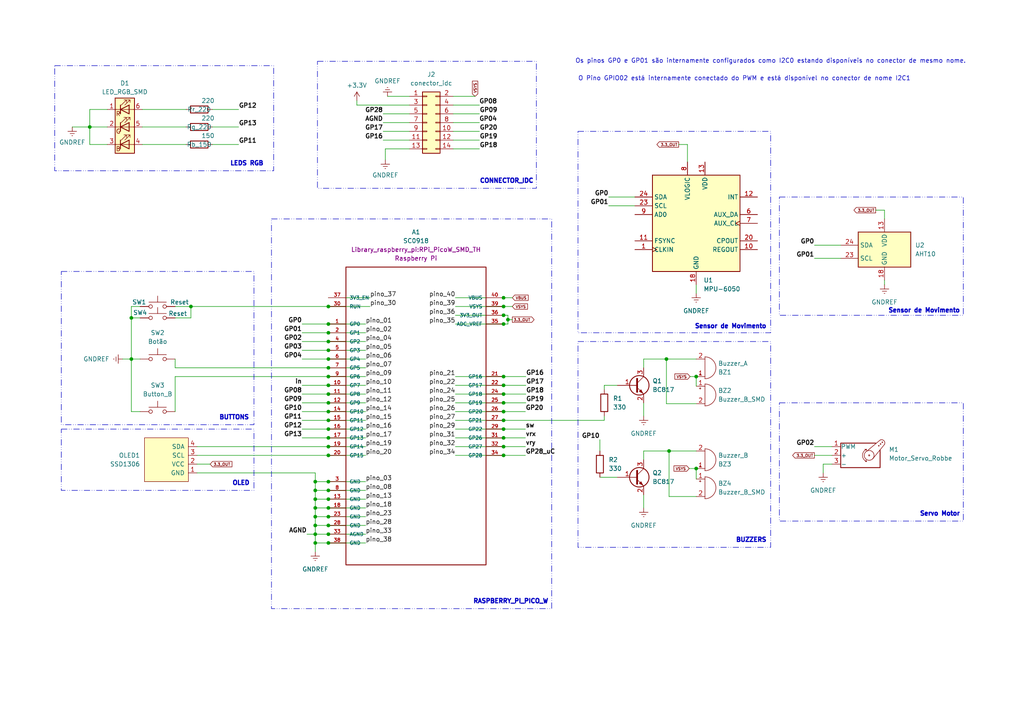
<source format=kicad_sch>
(kicad_sch (version 20250114) (generator "eeschema") (generator_version "9.0")
  (paper "A4")
  (title_block (title "Rack Inteligênte") (date "2025-12-18") (rev "v0.6") (company "Embarcatech") (comment 1 "Carlos Delfino Carvalho Pinheiro"))
  (lib_symbols
    (symbol "Connector_Generic:Conn_02x07_Odd_Even" (pin_names (offset 1.016) (hide yes))
      (property "Reference" "J" (at 1.27 10.16 0))
      (property "Value" "Conn_02x07_Odd_Even" (at 1.27 -10.16 0))
      (symbol "Conn_02x07_Odd_Even_1_1"
        (rectangle (start -1.27 8.89) (end 3.81 -8.89) (stroke (width 0.254)) (fill (type background)))
        (rectangle (start -1.27 7.747) (end 0 7.493) (stroke (width 0.1524)))
        (rectangle (start -1.27 5.207) (end 0 4.953) (stroke (width 0.1524)))
        (rectangle (start -1.27 2.667) (end 0 2.413) (stroke (width 0.1524)))
        (rectangle (start -1.27 0.127) (end 0 -0.127) (stroke (width 0.1524)))
        (rectangle (start -1.27 -2.413) (end 0 -2.667) (stroke (width 0.1524)))
        (rectangle (start -1.27 -4.953) (end 0 -5.207) (stroke (width 0.1524)))
        (rectangle (start -1.27 -7.493) (end 0 -7.747) (stroke (width 0.1524)))
        (rectangle (start 3.81 7.747) (end 2.54 7.493) (stroke (width 0.1524)))
        (rectangle (start 3.81 5.207) (end 2.54 4.953) (stroke (width 0.1524)))
        (rectangle (start 3.81 2.667) (end 2.54 2.413) (stroke (width 0.1524)))
        (rectangle (start 3.81 0.127) (end 2.54 -0.127) (stroke (width 0.1524)))
        (rectangle (start 3.81 -2.413) (end 2.54 -2.667) (stroke (width 0.1524)))
        (rectangle (start 3.81 -4.953) (end 2.54 -5.207) (stroke (width 0.1524)))
        (rectangle (start 3.81 -7.493) (end 2.54 -7.747) (stroke (width 0.1524)))
        (pin passive line (at -5.08 7.62 0) (length 3.81) (name "Pin_1") (number "1"))
        (pin passive line (at -5.08 5.08 0) (length 3.81) (name "Pin_3") (number "3"))
        (pin passive line (at -5.08 2.54 0) (length 3.81) (name "Pin_5") (number "5"))
        (pin passive line (at -5.08 0 0) (length 3.81) (name "Pin_7") (number "7"))
        (pin passive line (at -5.08 -2.54 0) (length 3.81) (name "Pin_9") (number "9"))
        (pin passive line (at -5.08 -5.08 0) (length 3.81) (name "Pin_11") (number "11"))
        (pin passive line (at -5.08 -7.62 0) (length 3.81) (name "Pin_13") (number "13"))
        (pin passive line (at 7.62 7.62 180) (length 3.81) (name "Pin_2") (number "2"))
        (pin passive line (at 7.62 5.08 180) (length 3.81) (name "Pin_4") (number "4"))
        (pin passive line (at 7.62 2.54 180) (length 3.81) (name "Pin_6") (number "6"))
        (pin passive line (at 7.62 0 180) (length 3.81) (name "Pin_8") (number "8"))
        (pin passive line (at 7.62 -2.54 180) (length 3.81) (name "Pin_10") (number "10"))
        (pin passive line (at 7.62 -5.08 180) (length 3.81) (name "Pin_12") (number "12"))
        (pin passive line (at 7.62 -7.62 180) (length 3.81) (name "Pin_14") (number "14"))
      )
    )
    (symbol "Device:Buzzer" (pin_names (offset 0.0254) (hide yes))
      (property "Reference" "BZ" (at 3.81 1.27 0))
      (property "Value" "Buzzer" (at 3.81 -1.27 0))
      (symbol "Buzzer_0_1"
        (polyline (pts (xy -1.651 1.905) (xy -1.143 1.905)))
        (polyline (pts (xy -1.397 2.159) (xy -1.397 1.651)))
        (arc (start 0 3.175) (mid 3.1612 0) (end 0 -3.175))
        (polyline (pts (xy 0 3.175) (xy 0 -3.175)))
      )
      (symbol "Buzzer_1_1"
        (pin passive line (at -2.54 2.54 0) (length 2.54) (name "-") (number "1"))
        (pin passive line (at -2.54 -2.54 0) (length 2.54) (name "+") (number "2"))
      )
    )
    (symbol "Device:LED_RGB" (pin_names (offset 0) (hide yes))
      (property "Reference" "D" (at 0 9.398 0))
      (property "Value" "LED_RGB" (at 0 -8.89 0))
      (symbol "LED_RGB_0_0"
        (text "R" (at -1.905 3.81 0) (effects (font (size 1.27 1.27))))
        (text "G" (at -1.905 -1.27 0) (effects (font (size 1.27 1.27))))
        (text "B" (at -1.905 -6.35 0) (effects (font (size 1.27 1.27))))
      )
      (symbol "LED_RGB_0_1"
        (polyline (pts (xy -1.27 6.35) (xy -1.27 3.81)) (stroke (width 0.254)))
        (polyline (pts (xy -1.27 6.35) (xy -1.27 3.81) (xy -1.27 3.81)))
        (polyline (pts (xy -1.27 5.08) (xy -2.54 5.08)))
        (polyline (pts (xy -1.27 5.08) (xy 1.27 5.08)))
        (polyline (pts (xy -1.27 1.27) (xy -1.27 -1.27)) (stroke (width 0.254)))
        (polyline (pts (xy -1.27 1.27) (xy -1.27 -1.27) (xy -1.27 -1.27)))
        (polyline (pts (xy -1.27 0) (xy -2.54 0)))
        (polyline (pts (xy -1.27 -3.81) (xy -1.27 -6.35)) (stroke (width 0.254)))
        (polyline (pts (xy -1.27 -5.08) (xy -2.54 -5.08)))
        (polyline (pts (xy -1.27 -5.08) (xy 1.27 -5.08)))
        (polyline (pts (xy -1.016 6.35) (xy 0.508 7.874) (xy -0.254 7.874) (xy 0.508 7.874) (xy 0.508 7.112)))
        (polyline (pts (xy -1.016 1.27) (xy 0.508 2.794) (xy -0.254 2.794) (xy 0.508 2.794) (xy 0.508 2.032)))
        (polyline (pts (xy -1.016 -3.81) (xy 0.508 -2.286) (xy -0.254 -2.286) (xy 0.508 -2.286) (xy 0.508 -3.048)))
        (polyline (pts (xy 0 6.35) (xy 1.524 7.874) (xy 0.762 7.874) (xy 1.524 7.874) (xy 1.524 7.112)))
        (polyline (pts (xy 0 1.27) (xy 1.524 2.794) (xy 0.762 2.794) (xy 1.524 2.794) (xy 1.524 2.032)))
        (polyline (pts (xy 0 -3.81) (xy 1.524 -2.286) (xy 0.762 -2.286) (xy 1.524 -2.286) (xy 1.524 -3.048)))
        (polyline (pts (xy 1.27 6.35) (xy 1.27 3.81) (xy -1.27 5.08) (xy 1.27 6.35)) (stroke (width 0.254)))
        (rectangle (start 1.27 6.35) (end 1.27 6.35))
        (polyline (pts (xy 1.27 5.08) (xy 2.54 5.08)))
        (rectangle (start 1.27 3.81) (end 1.27 6.35))
        (polyline (pts (xy 1.27 1.27) (xy 1.27 -1.27) (xy -1.27 0) (xy 1.27 1.27)) (stroke (width 0.254)))
        (rectangle (start 1.27 1.27) (end 1.27 1.27))
        (polyline (pts (xy 1.27 0) (xy -1.27 0)))
        (polyline (pts (xy 1.27 0) (xy 2.54 0)))
        (rectangle (start 1.27 -1.27) (end 1.27 1.27))
        (polyline (pts (xy 1.27 -3.81) (xy 1.27 -6.35) (xy -1.27 -5.08) (xy 1.27 -3.81)) (stroke (width 0.254)))
        (polyline (pts (xy 1.27 -5.08) (xy 2.54 -5.08)))
        (rectangle (start 2.794 8.382) (end -2.794 -7.62) (stroke (width 0.254)) (fill (type background)))
      )
      (symbol "LED_RGB_1_1"
        (pin passive line (at -5.08 5.08 0) (length 2.54) (name "RK") (number "1"))
        (pin passive line (at -5.08 0 0) (length 2.54) (name "GK") (number "2"))
        (pin passive line (at -5.08 -5.08 0) (length 2.54) (name "BK") (number "3"))
        (pin passive line (at 5.08 5.08 180) (length 2.54) (name "RA") (number "6"))
        (pin passive line (at 5.08 0 180) (length 2.54) (name "GA") (number "5"))
        (pin passive line (at 5.08 -5.08 180) (length 2.54) (name "BA") (number "4"))
      )
    )
    (symbol "Device:R" (pin_numbers (hide yes)) (pin_names (offset 0))
      (property "Reference" "R" (at 2.032 0 90))
      (property "Value" "R" (at 0 0 90))
      (symbol "R_0_1"
        (rectangle (start -1.016 -2.54) (end 1.016 2.54) (stroke (width 0.254)))
      )
      (symbol "R_1_1"
        (pin passive line (at 0 3.81 270) (length 1.27) (name "~") (number "1"))
        (pin passive line (at 0 -3.81 90) (length 1.27) (name "~") (number "2"))
      )
    )
    (symbol "Motor:Motor_Servo_Robbe" (pin_names (offset 0.0254))
      (property "Reference" "M" (at -5.08 4.445 0))
      (property "Value" "Motor_Servo_Robbe" (at -5.08 -4.064 0))
      (symbol "Motor_Servo_Robbe_0_1"
        (polyline (pts (xy 2.413 1.778) (xy 1.905 1.778)))
        (polyline (pts (xy 2.413 1.778) (xy 2.286 1.397)))
        (polyline (pts (xy 2.413 -1.778) (xy 2.032 -1.778)))
        (polyline (pts (xy 2.413 -1.778) (xy 2.286 -1.397)))
        (arc (start 2.413 -1.778) (mid 1.2406 0) (end 2.413 1.778))
        (circle (center 3.175 0) (radius 0.1778))
        (circle (center 3.175 0) (radius 1.4224))
        (polyline (pts (xy 5.08 3.556) (xy -5.08 3.556) (xy -5.08 -3.556) (xy 6.35 -3.556) (xy 6.35 1.524)) (stroke (width 0.254)))
        (circle (center 5.969 2.794) (radius 0.127))
        (polyline (pts (xy 6.35 4.445) (xy 2.54 1.27)))
        (circle (center 6.477 3.302) (radius 0.127))
        (arc (start 6.35 4.445) (mid 7.4487 4.2737) (end 7.62 3.175))
        (circle (center 6.985 3.81) (radius 0.127))
        (polyline (pts (xy 7.62 3.175) (xy 4.191 -1.016)))
      )
      (symbol "Motor_Servo_Robbe_1_1"
        (pin passive line (at -7.62 2.54 0) (length 2.54) (name "PWM") (number "1"))
        (pin passive line (at -7.62 0 0) (length 2.54) (name "+") (number "2"))
        (pin passive line (at -7.62 -2.54 0) (length 2.54) (name "-") (number "3"))
      )
    )
    (symbol "Raspberry_Pi_Pico_W_SC0918:SC0918" (pin_names (offset 1.016))
      (property "Reference" "A1" (at 0 58.42 0))
      (property "Value" "SC0918" (at 0 55.88 0))
      (property "Footprint" "Raspberry Pi:MODULE_SC0918" (at -12.7 -46.99 0))
      (property "manufacturer" "Raspberry Pi" (at 0 53.34 0))
      (symbol "SC0918_0_0"
        (rectangle (start -20.32 -43.18) (end 20.32 43.18) (stroke (width 0.254)))
        (pin input line (at -25.4 34.29 0) (length 5.08) (name "3V3_EN") (number "37"))
        (pin input line (at -25.4 31.75 0) (length 5.08) (name "RUN") (number "30"))
        (pin bidirectional line (at -25.4 26.67 0) (length 5.08) (name "GP0") (number "1"))
        (pin bidirectional line (at -25.4 24.13 0) (length 5.08) (name "GP1") (number "2"))
        (pin bidirectional line (at -25.4 21.59 0) (length 5.08) (name "GP2") (number "4"))
        (pin bidirectional line (at -25.4 19.05 0) (length 5.08) (name "GP3") (number "5"))
        (pin bidirectional line (at -25.4 16.51 0) (length 5.08) (name "GP4") (number "6"))
        (pin bidirectional line (at -25.4 13.97 0) (length 5.08) (name "GP5") (number "7"))
        (pin bidirectional line (at -25.4 11.43 0) (length 5.08) (name "GP6") (number "9"))
        (pin bidirectional line (at -25.4 8.89 0) (length 5.08) (name "GP7") (number "10"))
        (pin bidirectional line (at -25.4 6.35 0) (length 5.08) (name "GP8") (number "11"))
        (pin bidirectional line (at -25.4 3.81 0) (length 5.08) (name "GP9") (number "12"))
        (pin bidirectional line (at -25.4 1.27 0) (length 5.08) (name "GP10") (number "14"))
        (pin bidirectional line (at -25.4 -1.27 0) (length 5.08) (name "GP11") (number "15"))
        (pin bidirectional line (at -25.4 -3.81 0) (length 5.08) (name "GP12") (number "16"))
        (pin bidirectional line (at -25.4 -6.35 0) (length 5.08) (name "GP13") (number "17"))
        (pin bidirectional line (at -25.4 -8.89 0) (length 5.08) (name "GP14") (number "19"))
        (pin bidirectional line (at -25.4 -11.43 0) (length 5.08) (name "GP15") (number "20"))
        (pin power_in line (at -25.4 -19.05 0) (length 5.08) (name "GND") (number "3"))
        (pin power_in line (at -25.4 -21.59 0) (length 5.08) (name "GND") (number "8"))
        (pin power_in line (at -25.4 -24.13 0) (length 5.08) (name "GND") (number "13"))
        (pin power_in line (at -25.4 -26.67 0) (length 5.08) (name "GND") (number "18"))
        (pin power_in line (at -25.4 -29.21 0) (length 5.08) (name "GND") (number "23"))
        (pin power_in line (at -25.4 -31.75 0) (length 5.08) (name "GND") (number "28"))
        (pin power_in line (at -25.4 -34.29 0) (length 5.08) (name "AGND") (number "33"))
        (pin power_in line (at -25.4 -36.83 0) (length 5.08) (name "GND") (number "38"))
        (pin free line (at 25.4 34.29 180) (length 5.08) (name "VBUS") (number "40"))
        (pin free line (at 25.4 31.75 180) (length 5.08) (name "VSYS") (number "39"))
        (pin power_in line (at 25.4 29.21 180) (length 5.08) (name "3V3_OUT") (number "36"))
        (pin power_in line (at 25.4 26.67 180) (length 5.08) (name "ADC_VREF") (number "35"))
        (pin bidirectional line (at 25.4 11.43 180) (length 5.08) (name "GP16") (number "21"))
        (pin bidirectional line (at 25.4 8.89 180) (length 5.08) (name "GP17") (number "22"))
        (pin bidirectional line (at 25.4 6.35 180) (length 5.08) (name "GP18") (number "24"))
        (pin bidirectional line (at 25.4 3.81 180) (length 5.08) (name "GP19") (number "25"))
        (pin bidirectional line (at 25.4 1.27 180) (length 5.08) (name "GP20") (number "26"))
        (pin bidirectional line (at 25.4 -1.27 180) (length 5.08) (name "GP21") (number "27"))
        (pin bidirectional line (at 25.4 -3.81 180) (length 5.08) (name "GP22") (number "29"))
        (pin bidirectional line (at 25.4 -6.35 180) (length 5.08) (name "GP26") (number "31"))
        (pin bidirectional line (at 25.4 -8.89 180) (length 5.08) (name "GP27") (number "32"))
        (pin bidirectional line (at 25.4 -11.43 180) (length 5.08) (name "GP28") (number "34"))
      )
    )
    (symbol "SSD1306-128x64_OLED:SSD1306" (pin_names (offset 1.016))
      (property "Reference" "Brd" (at 0 -3.81 0))
      (property "Value" "SSD1306" (at 0 -1.27 0))
      (symbol "SSD1306_0_1"
        (rectangle (start -6.35 6.35) (end 6.35 -6.35) (fill (type background)))
      )
      (symbol "SSD1306_1_1"
        (pin input line (at -3.81 8.89 270) (length 2.54) (name "GND") (number "1"))
        (pin input line (at -1.27 8.89 270) (length 2.54) (name "VCC") (number "2"))
        (pin input line (at 1.27 8.89 270) (length 2.54) (name "SCL") (number "3"))
        (pin input line (at 3.81 8.89 270) (length 2.54) (name "SDA") (number "4"))
      )
    )
    (symbol "Sensor_Motion:MPU-6050"
      (property "Reference" "U" (at -11.43 13.97 0))
      (property "Value" "MPU-6050" (at 7.62 -15.24 0))
      (symbol "MPU-6050_0_1"
        (rectangle (start -12.7 13.97) (end 12.7 -13.97) (stroke (width 0.254)) (fill (type background)))
      )
      (symbol "MPU-6050_1_1"
        (pin bidirectional line (at -17.78 7.62 0) (length 5.08) (name "SDA") (number "24"))
        (pin input line (at -17.78 5.08 0) (length 5.08) (name "SCL") (number "23"))
        (pin input line (at -17.78 2.54 0) (length 5.08) (name "AD0") (number "9"))
        (pin input line (at -17.78 -5.08 0) (length 5.08) (name "FSYNC") (number "11"))
        (pin input clock (at -17.78 -7.62 0) (length 5.08) (name "CLKIN") (number "1"))
        (pin no_connect line (at -12.7 12.7 0) (length 2.54) (hide yes) (name "NC") (number "2"))
        (pin no_connect line (at -12.7 10.16 0) (length 2.54) (hide yes) (name "NC") (number "3"))
        (pin no_connect line (at -12.7 0 0) (length 2.54) (hide yes) (name "NC") (number "4"))
        (pin no_connect line (at -12.7 -2.54 0) (length 2.54) (hide yes) (name "NC") (number "5"))
        (pin no_connect line (at -12.7 -10.16 0) (length 2.54) (hide yes) (name "NC") (number "14"))
        (pin power_in line (at -2.54 17.78 270) (length 3.81) (name "VLOGIC") (number "8"))
        (pin power_in line (at 0 -17.78 90) (length 3.81) (name "GND") (number "18"))
        (pin power_in line (at 2.54 17.78 270) (length 3.81) (name "VDD") (number "13"))
        (pin no_connect line (at 12.7 12.7 180) (length 2.54) (hide yes) (name "NC") (number "15"))
        (pin no_connect line (at 12.7 10.16 180) (length 2.54) (hide yes) (name "NC") (number "16"))
        (pin no_connect line (at 12.7 5.08 180) (length 2.54) (hide yes) (name "NC") (number "17"))
        (pin no_connect line (at 12.7 -2.54 180) (length 2.54) (hide yes) (name "RESV") (number "21"))
        (pin no_connect line (at 12.7 -10.16 180) (length 2.54) (hide yes) (name "RESV") (number "19"))
        (pin no_connect line (at 12.7 -12.7 180) (length 2.54) (hide yes) (name "RESV") (number "22"))
        (pin output line (at 17.78 7.62 180) (length 5.08) (name "INT") (number "12"))
        (pin bidirectional line (at 17.78 2.54 180) (length 5.08) (name "AUX_DA") (number "6"))
        (pin output clock (at 17.78 0 180) (length 5.08) (name "AUX_CL") (number "7"))
        (pin passive line (at 17.78 -5.08 180) (length 5.08) (name "CPOUT") (number "20"))
        (pin passive line (at 17.78 -7.62 180) (length 5.08) (name "REGOUT") (number "10"))
      )
    )
    (symbol "Sensores:MPU-6050"
      (property "Reference" "U" (at -6.35 6.604 0))
      (property "Value" "AHT10" (at 5.08 -6.604 0))
      (symbol "MPU-6050_0_1"
        (rectangle (start -7.62 5.08) (end 7.62 -5.08) (stroke (width 0.254)) (fill (type background)))
      )
      (symbol "MPU-6050_1_1"
        (pin bidirectional line (at -12.7 1.27 0) (length 5.08) (name "SDA") (number "24"))
        (pin input line (at -12.7 -2.54 0) (length 5.08) (name "SCL") (number "23"))
        (pin no_connect line (at -10.16 0 0) (length 2.54) (hide yes) (name "NC") (number "4"))
        (pin no_connect line (at -10.16 -2.54 0) (length 2.54) (hide yes) (name "NC") (number "5"))
        (pin power_in line (at 0 8.89 270) (length 3.81) (name "VDD") (number "13"))
        (pin power_in line (at 0 -8.89 90) (length 3.81) (name "GND") (number "18"))
      )
    )
    (symbol "Switch:SW_Push" (pin_numbers (hide yes)) (pin_names (offset 1.016) (hide yes))
      (property "Reference" "SW" (at 1.27 2.54 0))
      (property "Value" "SW_Push" (at 0 -1.524 0))
      (symbol "SW_Push_0_1"
        (circle (center -2.032 0) (radius 0.508))
        (polyline (pts (xy 0 1.27) (xy 0 3.048)))
        (circle (center 2.032 0) (radius 0.508))
        (polyline (pts (xy 2.54 1.27) (xy -2.54 1.27)))
        (pin passive line (at -5.08 0 0) (length 2.54) (name "1") (number "1"))
        (pin passive line (at 5.08 0 180) (length 2.54) (name "2") (number "2"))
      )
    )
    (symbol "Transistor_BJT:BC817" (pin_names (offset 0) (hide yes))
      (property "Reference" "Q" (at 5.08 1.905 0))
      (property "Value" "BC817" (at 5.08 0 0))
      (symbol "BC817_0_1"
        (polyline (pts (xy 0.635 1.905) (xy 0.635 -1.905) (xy 0.635 -1.905)) (stroke (width 0.508)))
        (polyline (pts (xy 0.635 0.635) (xy 2.54 2.54)))
        (polyline (pts (xy 0.635 -0.635) (xy 2.54 -2.54) (xy 2.54 -2.54)))
        (circle (center 1.27 0) (radius 2.8194) (stroke (width 0.254)))
        (polyline (pts (xy 1.27 -1.778) (xy 1.778 -1.27) (xy 2.286 -2.286) (xy 1.27 -1.778) (xy 1.27 -1.778)) (fill (type outline)))
      )
      (symbol "BC817_1_1"
        (pin input line (at -5.08 0 0) (length 5.715) (name "B") (number "1"))
        (pin passive line (at 2.54 5.08 270) (length 2.54) (name "C") (number "3"))
        (pin passive line (at 2.54 -5.08 90) (length 2.54) (name "E") (number "2"))
      )
    )
    (symbol "power:+3.3V" (power) (pin_names (offset 0))
      (property "Value" "+3.3V" (at 0 3.556 0))
      (symbol "+3.3V_0_1"
        (polyline (pts (xy -0.762 1.27) (xy 0 2.54)))
        (polyline (pts (xy 0 2.54) (xy 0.762 1.27)))
        (polyline (pts (xy 0 0) (xy 0 2.54)))
      )
      (symbol "+3.3V_1_1"
        (pin power_in line (at 0 0 90) (length 0) (hide yes) (name "+3.3V") (number "1"))
      )
    )
    (symbol "power:GNDREF" (power) (pin_names (offset 0))
      (property "Value" "GNDREF" (at 0 -3.81 0))
      (symbol "GNDREF_0_1"
        (polyline (pts (xy -0.635 -1.905) (xy 0.635 -1.905)))
        (polyline (pts (xy -0.127 -2.54) (xy 0.127 -2.54)))
        (polyline (pts (xy 0 -1.27) (xy 0 0)))
        (polyline (pts (xy 1.27 -1.27) (xy -1.27 -1.27)))
      )
      (symbol "GNDREF_1_1"
        (pin power_in line (at 0 0 270) (length 0) (hide yes) (name "GNDREF") (number "1"))
      )
    )
  )
  (rectangle (start 17.78 78.74) (end 73.66 123.19) (stroke (width 0) (type dash_dot_dot)))
  (rectangle (start 92.075 17.78) (end 155.575 54.61) (stroke (width 0) (type dash_dot_dot)))
  (rectangle (start 226.06 116.84) (end 279.4 151.13) (stroke (width 0) (type dash_dot_dot)))
  (rectangle (start 167.64 99.06) (end 223.52 158.75) (stroke (width 0) (type dash_dot_dot)))
  (rectangle (start 78.74 63.5) (end 160.02 176.53) (stroke (width 0) (type dash_dot_dot)))
  (rectangle (start 226.06 57.15) (end 279.4 91.44) (stroke (width 0) (type dash_dot_dot)))
  (rectangle (start 15.875 19.05) (end 79.375 49.53) (stroke (width 0) (type dash_dot_dot)))
  (rectangle (start 17.78 124.46) (end 73.66 142.24) (stroke (width 0) (type dash_dot_dot)))
  (rectangle (start 167.64 38.1) (end 223.52 96.52) (stroke (width 0) (type dash_dot_dot)))
  (text "OLED" (at 67.31 140.97 0) (effects (font (size 1.27 1.27) (thickness 0.508) (bold yes)) (justify left bottom)))
  (text "BUZZERS" (at 213.36 157.48 0) (effects (font (size 1.27 1.27) (thickness 0.508) (bold yes)) (justify left bottom)))
  (text "LEDS RGB" (at 66.675 48.26 0) (effects (font (size 1.27 1.27) (thickness 0.508) (bold yes)) (justify left bottom)))
  (text "BUTTONS" (at 63.5 121.92 0) (effects (font (size 1.27 1.27) (thickness 0.508) (bold yes)) (justify left bottom)))
  (text "CONNECTOR_IDC" (at 139.065 53.34 0) (effects (font (size 1.27 1.27) (thickness 0.508) (bold yes)) (justify left bottom)))
  (text "Sensor de Movimento" (at 201.422 95.504 0) (effects (font (size 1.27 1.27) (thickness 0.508) (bold yes)) (justify left bottom)))
  (text "Os pinos GP0 e GP01 são internamente configurados como I2C0 estando disponíveis no conector de mesmo nome." (at 223.52 17.78 0) (effects (font (size 1.27 1.27))))
  (text "O Pino GPIO02 está internamente conectado do PWM e está disponível no conector de nome I2C1" (at 215.9 22.86 0) (effects (font (size 1.27 1.27))))
  (text "Servo Motor" (at 266.7 149.86 0) (effects (font (size 1.27 1.27) (thickness 0.508) (bold yes)) (justify left bottom)))
  (text "Sensor de Movimento" (at 257.556 90.932 0) (effects (font (size 1.27 1.27) (thickness 0.508) (bold yes)) (justify left bottom)))
  (text "RASPBERRY_PI_PICO_W" (at 137.16 175.26 0) (effects (font (size 1.27 1.27) (thickness 0.508) (bold yes)) (justify left bottom)))
  (junction (at 95.25 124.46))
  (junction (at 95.25 111.76))
  (junction (at 95.25 129.54))
  (junction (at 95.25 121.92))
  (junction (at 95.25 116.84))
  (junction (at 38.1 92.202))
  (junction (at 95.25 147.32))
  (junction (at 146.05 121.92))
  (junction (at 95.25 144.78))
  (junction (at 95.25 142.24))
  (junction (at 95.25 149.86))
  (junction (at 38.1 104.14))
  (junction (at 146.05 129.54))
  (junction (at 91.44 144.78))
  (junction (at 95.25 132.08))
  (junction (at 95.25 101.6))
  (junction (at 146.05 116.84))
  (junction (at 146.05 114.3))
  (junction (at 146.05 132.08))
  (junction (at 95.25 109.22))
  (junction (at 146.05 109.22))
  (junction (at 91.44 139.7))
  (junction (at 146.05 88.9))
  (junction (at 91.44 142.24))
  (junction (at 95.25 99.06))
  (junction (at 95.25 127))
  (junction (at 95.25 152.4))
  (junction (at 146.05 93.98))
  (junction (at 95.25 119.38))
  (junction (at 146.05 124.46))
  (junction (at 201.93 109.22))
  (junction (at 95.25 88.9))
  (junction (at 201.93 135.89))
  (junction (at 91.44 149.86))
  (junction (at 146.05 91.44))
  (junction (at 91.44 147.32))
  (junction (at 91.44 157.48))
  (junction (at 193.294 104.14))
  (junction (at 91.44 154.94))
  (junction (at 146.05 86.36))
  (junction (at 95.25 93.98))
  (junction (at 194.056 130.81))
  (junction (at 147.32 92.71))
  (junction (at 26.035 36.83))
  (junction (at 146.05 127))
  (junction (at 91.44 152.4))
  (junction (at 95.25 154.94))
  (junction (at 55.372 88.9))
  (junction (at 95.25 114.3))
  (junction (at 95.25 96.52))
  (junction (at 95.25 139.7))
  (junction (at 146.05 119.38))
  (junction (at 95.25 104.14))
  (junction (at 95.25 157.48))
  (junction (at 95.25 106.68))
  (junction (at 146.05 111.76))
  (wire (pts (xy 186.69 104.14) (xy 193.294 104.14)))
  (wire (pts (xy 95.25 88.9) (xy 107.315 88.9)))
  (wire (pts (xy 146.05 109.22) (xy 152.527 109.22)))
  (wire (pts (xy 132.08 124.46) (xy 146.05 124.46)))
  (wire (pts (xy 91.44 144.78) (xy 91.44 147.32)))
  (wire (pts (xy 87.63 124.46) (xy 95.25 124.46)))
  (wire (pts (xy 132.08 116.84) (xy 146.05 116.84)))
  (wire (pts (xy 95.25 93.98) (xy 106.045 93.98)))
  (wire (pts (xy 87.63 104.14) (xy 95.25 104.14)))
  (wire (pts (xy 87.63 111.76) (xy 95.25 111.76)))
  (wire (pts (xy 176.53 59.69) (xy 184.15 59.69)))
  (wire (pts (xy 57.15 134.62) (xy 60.96 134.62)))
  (wire (pts (xy 111.125 33.02) (xy 118.745 33.02)))
  (wire (pts (xy 201.93 117.094) (xy 193.294 117.094)))
  (wire (pts (xy 173.99 138.43) (xy 179.07 138.43)))
  (wire (pts (xy 26.035 36.83) (xy 31.115 36.83)))
  (wire (pts (xy 95.25 101.6) (xy 106.045 101.6)))
  (wire (pts (xy 87.63 127) (xy 95.25 127)))
  (wire (pts (xy 103.505 30.48) (xy 103.505 29.21)))
  (wire (pts (xy 38.1 88.9) (xy 38.1 92.202)))
  (wire (pts (xy 91.44 142.24) (xy 91.44 144.78)))
  (wire (pts (xy 40.64 92.202) (xy 38.1 92.202)))
  (wire (pts (xy 95.25 142.24) (xy 91.44 142.24)))
  (wire (pts (xy 95.25 114.3) (xy 106.045 114.3)))
  (wire (pts (xy 35.56 104.14) (xy 38.1 104.14)))
  (wire (pts (xy 146.05 121.92) (xy 175.26 121.92)))
  (wire (pts (xy 236.22 71.12) (xy 243.84 71.12)))
  (wire (pts (xy 91.44 137.16) (xy 91.44 139.7)))
  (wire (pts (xy 95.25 157.48) (xy 106.045 157.48)))
  (wire (pts (xy 95.25 147.32) (xy 106.045 147.32)))
  (wire (pts (xy 131.445 38.1) (xy 139.065 38.1)))
  (wire (pts (xy 176.53 57.15) (xy 184.15 57.15)))
  (wire (pts (xy 95.25 144.78) (xy 91.44 144.78)))
  (wire (pts (xy 186.69 143.51) (xy 186.69 147.32)))
  (wire (pts (xy 91.44 152.4) (xy 91.44 154.94)))
  (wire (pts (xy 199.39 41.91) (xy 199.39 46.99)))
  (wire (pts (xy 200.152 109.22) (xy 201.93 109.22)))
  (wire (pts (xy 95.25 149.86) (xy 91.44 149.86)))
  (wire (pts (xy 41.275 31.75) (xy 53.975 31.75)))
  (wire (pts (xy 193.294 104.14) (xy 201.93 104.14)))
  (wire (pts (xy 31.115 31.75) (xy 26.035 31.75)))
  (wire (pts (xy 147.32 92.71) (xy 148.59 92.71)))
  (wire (pts (xy 87.63 121.92) (xy 95.25 121.92)))
  (wire (pts (xy 95.25 139.7) (xy 106.045 139.7)))
  (wire (pts (xy 194.056 130.81) (xy 201.93 130.81)))
  (wire (pts (xy 87.63 116.84) (xy 95.25 116.84)))
  (wire (pts (xy 95.25 119.38) (xy 106.045 119.38)))
  (wire (pts (xy 132.08 86.36) (xy 146.05 86.36)))
  (wire (pts (xy 175.26 111.76) (xy 179.07 111.76)))
  (wire (pts (xy 132.08 127) (xy 146.05 127)))
  (wire (pts (xy 91.44 157.48) (xy 95.25 157.48)))
  (wire (pts (xy 146.05 114.3) (xy 152.527 114.3)))
  (wire (pts (xy 256.54 81.28) (xy 256.54 82.55)))
  (wire (pts (xy 57.15 129.54) (xy 95.25 129.54)))
  (wire (pts (xy 87.63 101.6) (xy 95.25 101.6)))
  (wire (pts (xy 132.08 109.22) (xy 146.05 109.22)))
  (wire (pts (xy 146.05 86.36) (xy 148.59 86.36)))
  (wire (pts (xy 41.275 36.83) (xy 53.975 36.83)))
  (wire (pts (xy 131.445 40.64) (xy 139.065 40.64)))
  (wire (pts (xy 147.32 93.98) (xy 147.32 92.71)))
  (wire (pts (xy 186.69 116.84) (xy 186.69 120.65)))
  (wire (pts (xy 186.69 106.68) (xy 186.69 104.14)))
  (wire (pts (xy 186.69 130.81) (xy 194.056 130.81)))
  (wire (pts (xy 95.25 124.46) (xy 106.045 124.46)))
  (wire (pts (xy 236.22 74.93) (xy 243.84 74.93)))
  (wire (pts (xy 146.05 132.08) (xy 152.4 132.08)))
  (wire (pts (xy 132.08 93.98) (xy 146.05 93.98)))
  (wire (pts (xy 132.08 114.3) (xy 146.05 114.3)))
  (wire (pts (xy 95.25 111.76) (xy 106.045 111.76)))
  (wire (pts (xy 95.25 149.86) (xy 106.045 149.86)))
  (wire (pts (xy 91.44 147.32) (xy 91.44 149.86)))
  (wire (pts (xy 95.25 144.78) (xy 106.045 144.78)))
  (wire (pts (xy 31.115 41.91) (xy 26.035 41.91)))
  (wire (pts (xy 132.08 91.44) (xy 146.05 91.44)))
  (wire (pts (xy 95.25 86.36) (xy 107.315 86.36)))
  (wire (pts (xy 175.26 121.92) (xy 175.26 120.65)))
  (wire (pts (xy 26.035 41.91) (xy 26.035 36.83)))
  (wire (pts (xy 91.44 154.94) (xy 91.44 157.48)))
  (wire (pts (xy 132.08 119.38) (xy 146.05 119.38)))
  (wire (pts (xy 95.25 132.08) (xy 106.045 132.08)))
  (wire (pts (xy 193.294 117.094) (xy 193.294 104.14)))
  (wire (pts (xy 201.93 85.09) (xy 201.93 82.55)))
  (wire (pts (xy 95.25 129.54) (xy 106.045 129.54)))
  (wire (pts (xy 131.445 43.18) (xy 139.065 43.18)))
  (wire (pts (xy 132.08 129.54) (xy 146.05 129.54)))
  (wire (pts (xy 57.15 132.08) (xy 95.25 132.08)))
  (wire (pts (xy 111.76 43.18) (xy 118.745 43.18)))
  (wire (pts (xy 199.898 135.89) (xy 201.93 135.89)))
  (wire (pts (xy 111.125 35.56) (xy 118.745 35.56)))
  (wire (pts (xy 238.76 134.62) (xy 238.76 137.16)))
  (wire (pts (xy 95.25 152.4) (xy 106.045 152.4)))
  (wire (pts (xy 132.08 132.08) (xy 146.05 132.08)))
  (wire (pts (xy 236.22 129.54) (xy 241.3 129.54)))
  (wire (pts (xy 175.26 113.03) (xy 175.26 111.76)))
  (wire (pts (xy 91.44 139.7) (xy 91.44 142.24)))
  (wire (pts (xy 103.505 30.48) (xy 118.745 30.48)))
  (wire (pts (xy 131.445 30.48) (xy 139.065 30.48)))
  (wire (pts (xy 26.035 31.75) (xy 26.035 36.83)))
  (wire (pts (xy 146.05 88.9) (xy 148.59 88.9)))
  (wire (pts (xy 38.1 92.202) (xy 38.1 104.14)))
  (wire (pts (xy 41.275 41.91) (xy 53.975 41.91)))
  (wire (pts (xy 95.25 109.22) (xy 106.045 109.22)))
  (wire (pts (xy 61.595 41.91) (xy 69.215 41.91)))
  (wire (pts (xy 91.44 149.86) (xy 91.44 152.4)))
  (wire (pts (xy 89.027 154.94) (xy 91.44 154.94)))
  (wire (pts (xy 87.63 96.52) (xy 95.25 96.52)))
  (wire (pts (xy 111.76 43.18) (xy 111.76 46.355)))
  (wire (pts (xy 50.8 88.9) (xy 55.372 88.9)))
  (wire (pts (xy 131.445 33.02) (xy 139.065 33.02)))
  (wire (pts (xy 91.44 154.94) (xy 95.25 154.94)))
  (wire (pts (xy 20.955 36.83) (xy 26.035 36.83)))
  (wire (pts (xy 50.8 92.202) (xy 55.372 92.202)))
  (wire (pts (xy 256.54 60.96) (xy 254 60.96)))
  (wire (pts (xy 186.69 133.35) (xy 186.69 130.81)))
  (wire (pts (xy 132.08 88.9) (xy 146.05 88.9)))
  (wire (pts (xy 256.54 60.96) (xy 256.54 63.5)))
  (wire (pts (xy 146.05 111.76) (xy 152.527 111.76)))
  (wire (pts (xy 147.32 92.71) (xy 147.32 91.44)))
  (wire (pts (xy 201.93 144.018) (xy 194.056 144.018)))
  (wire (pts (xy 95.25 121.92) (xy 106.045 121.92)))
  (wire (pts (xy 95.25 116.84) (xy 106.045 116.84)))
  (wire (pts (xy 87.63 119.38) (xy 95.25 119.38)))
  (wire (pts (xy 146.05 93.98) (xy 147.32 93.98)))
  (wire (pts (xy 95.25 147.32) (xy 91.44 147.32)))
  (wire (pts (xy 55.372 92.202) (xy 55.372 88.9)))
  (wire (pts (xy 95.25 142.24) (xy 106.045 142.24)))
  (wire (pts (xy 131.445 35.56) (xy 139.065 35.56)))
  (wire (pts (xy 95.25 154.94) (xy 106.045 154.94)))
  (wire (pts (xy 199.39 41.91) (xy 196.85 41.91)))
  (wire (pts (xy 111.125 40.64) (xy 118.745 40.64)))
  (wire (pts (xy 146.05 91.44) (xy 147.32 91.44)))
  (wire (pts (xy 146.05 129.54) (xy 152.4 129.54)))
  (wire (pts (xy 40.64 119.38) (xy 38.1 119.38)))
  (wire (pts (xy 201.93 109.22) (xy 201.93 112.014)))
  (wire (pts (xy 146.05 127) (xy 152.4 127)))
  (wire (pts (xy 38.1 104.14) (xy 40.64 104.14)))
  (wire (pts (xy 146.05 119.38) (xy 152.4 119.38)))
  (wire (pts (xy 146.05 116.84) (xy 152.527 116.84)))
  (wire (pts (xy 38.1 104.14) (xy 38.1 119.38)))
  (wire (pts (xy 201.93 135.89) (xy 201.93 138.938)))
  (wire (pts (xy 95.25 99.06) (xy 106.045 99.06)))
  (wire (pts (xy 95.25 152.4) (xy 91.44 152.4)))
  (wire (pts (xy 173.99 127.508) (xy 173.99 130.81)))
  (wire (pts (xy 132.08 111.76) (xy 146.05 111.76)))
  (wire (pts (xy 95.25 139.7) (xy 91.44 139.7)))
  (wire (pts (xy 112.395 27.94) (xy 118.745 27.94)))
  (wire (pts (xy 61.595 31.75) (xy 69.215 31.75)))
  (wire (pts (xy 111.125 38.1) (xy 118.745 38.1)))
  (wire (pts (xy 55.372 88.9) (xy 95.25 88.9)))
  (wire (pts (xy 95.25 104.14) (xy 106.045 104.14)))
  (wire (pts (xy 132.08 121.92) (xy 146.05 121.92)))
  (wire (pts (xy 194.056 144.018) (xy 194.056 130.81)))
  (wire (pts (xy 50.8 104.14) (xy 50.8 106.68)))
  (wire (pts (xy 238.76 134.62) (xy 241.3 134.62)))
  (wire (pts (xy 146.05 124.46) (xy 152.4 124.46)))
  (wire (pts (xy 87.63 93.98) (xy 95.25 93.98)))
  (wire (pts (xy 131.445 27.94) (xy 137.795 27.94)))
  (wire (pts (xy 95.25 96.52) (xy 106.045 96.52)))
  (wire (pts (xy 50.8 109.22) (xy 95.25 109.22)))
  (wire (pts (xy 87.63 114.3) (xy 95.25 114.3)))
  (wire (pts (xy 40.64 88.9) (xy 38.1 88.9)))
  (wire (pts (xy 50.8 106.68) (xy 95.25 106.68)))
  (wire (pts (xy 50.8 119.38) (xy 50.8 109.22)))
  (wire (pts (xy 236.22 132.08) (xy 241.3 132.08)))
  (wire (pts (xy 91.44 160.02) (xy 91.44 157.48)))
  (wire (pts (xy 61.595 36.83) (xy 69.215 36.83)))
  (wire (pts (xy 57.15 137.16) (xy 91.44 137.16)))
  (wire (pts (xy 87.63 99.06) (xy 95.25 99.06)))
  (wire (pts (xy 95.25 127) (xy 106.045 127)))
  (wire (pts (xy 95.25 106.68) (xy 106.045 106.68)))
  (label "pino_01" (at 106.045 93.98 0))
  (label "GP13" (at 87.63 127 180) (effects (font (bold yes))))
  (label "GP16" (at 152.527 109.22 0) (effects (font (bold yes))))
  (label "pino_18" (at 106.045 147.32 0))
  (label "GP01" (at 236.22 74.93 180) (effects (font (bold yes))))
  (label "pino_27" (at 132.08 121.92 180))
  (label "GP02" (at 87.63 99.06 180) (effects (font (bold yes))))
  (label "in" (at 87.63 111.76 180) (effects (font (thickness 0.254) (bold yes))))
  (label "pino_24" (at 132.08 114.3 180))
  (label "pino_23" (at 106.045 149.86 0))
  (label "vry" (at 152.4 129.54 0) (effects (font (thickness 0.254) (bold yes))))
  (label "pino_14" (at 106.045 119.38 0))
  (label "vrx" (at 152.4 127 0) (effects (font (thickness 0.254) (bold yes))))
  (label "pino_29" (at 132.08 124.46 180))
  (label "GP10" (at 87.63 119.38 180) (effects (font (bold yes))))
  (label "pino_07" (at 106.045 106.68 0))
  (label "GP09" (at 139.065 33.02 0) (effects (font (thickness 0.254) (bold yes))))
  (label "GP12" (at 69.215 31.75 0) (effects (font (bold yes))))
  (label "GP08" (at 87.63 114.3 180) (effects (font (bold yes))))
  (label "pino_38" (at 106.045 157.48 0))
  (label "sw" (at 152.4 124.46 0) (effects (font (thickness 0.254) (bold yes))))
  (label "pino_40" (at 132.08 86.36 180))
  (label "GP04" (at 87.63 104.14 180) (effects (font (bold yes))))
  (label "pino_06" (at 106.045 104.14 0))
  (label "pino_21" (at 132.08 109.22 180))
  (label "pino_30" (at 107.315 88.9 0))
  (label "GP28_uC" (at 152.4 132.08 0) (effects (font (thickness 0.254) (bold yes))))
  (label "GP18" (at 152.527 114.3 0) (effects (font (bold yes))))
  (label "pino_35" (at 132.08 93.98 180))
  (label "pino_31" (at 132.08 127 180))
  (label "GP11" (at 87.63 121.92 180) (effects (font (bold yes))))
  (label "AGND" (at 89.027 154.94 180) (effects (font (bold yes))))
  (label "pino_19" (at 106.045 129.54 0))
  (label "pino_05" (at 106.045 101.6 0))
  (label "pino_11" (at 106.045 114.3 0))
  (label "GP20" (at 139.065 38.1 0) (effects (font (thickness 0.254) (bold yes))))
  (label "GP0" (at 236.22 71.12 180) (effects (font (bold yes))))
  (label "pino_02" (at 106.045 96.52 0))
  (label "GP01" (at 176.53 59.69 180) (effects (font (bold yes))))
  (label "pino_16" (at 106.045 124.46 0))
  (label "GP19" (at 139.065 40.64 0) (effects (font (bold yes))))
  (label "GP0" (at 176.53 57.15 180) (effects (font (bold yes))))
  (label "GP12" (at 87.63 124.46 180) (effects (font (bold yes))))
  (label "GP09" (at 87.63 116.84 180) (effects (font (thickness 0.254) (bold yes))))
  (label "GP16" (at 111.125 40.64 180) (effects (font (bold yes))))
  (label "pino_39" (at 132.08 88.9 180))
  (label "GP13" (at 69.215 36.83 0) (effects (font (bold yes))))
  (label "pino_37" (at 107.315 86.36 0))
  (label "GP02" (at 236.22 129.54 180) (effects (font (bold yes))))
  (label "pino_28" (at 106.045 152.4 0))
  (label "pino_04" (at 106.045 99.06 0))
  (label "pino_09" (at 106.045 109.22 0))
  (label "pino_26" (at 132.08 119.38 180))
  (label "GP17" (at 152.527 111.76 0) (effects (font (bold yes))))
  (label "GP10" (at 173.99 127.508 180) (effects (font (bold yes))))
  (label "pino_17" (at 106.045 127 0))
  (label "GP04" (at 138.938 35.56 0) (effects (font (bold yes))))
  (label "GP19" (at 152.527 116.84 0) (effects (font (bold yes))))
  (label "GP0" (at 87.63 93.98 180) (effects (font (bold yes))))
  (label "GP03" (at 87.63 101.6 180) (effects (font (bold yes))))
  (label "pino_12" (at 106.045 116.84 0))
  (label "GP28" (at 111.125 33.02 180) (effects (font (thickness 0.254) (bold yes))))
  (label "pino_22" (at 132.08 111.76 180))
  (label "pino_08" (at 106.045 142.24 0))
  (label "GP18" (at 139.065 43.18 0) (effects (font (bold yes))))
  (label "pino_33" (at 106.045 154.94 0))
  (label "GP01" (at 87.63 96.52 180) (effects (font (bold yes))))
  (label "pino_25" (at 132.08 116.84 180))
  (label "GP11" (at 69.215 41.91 0) (effects (font (bold yes))))
  (label "pino_34" (at 132.08 132.08 180))
  (label "pino_15" (at 106.045 121.92 0))
  (label "pino_03" (at 106.045 139.7 0))
  (label "pino_13" (at 106.045 144.78 0))
  (label "GP17" (at 111.125 38.1 180) (effects (font (bold yes))))
  (label "pino_20" (at 106.045 132.08 0))
  (label "GP20" (at 152.4 119.38 0) (effects (font (thickness 0.254) (bold yes))))
  (label "AGND" (at 111.125 35.56 180) (effects (font (bold yes))))
  (label "pino_10" (at 106.045 111.76 0))
  (label "pino_36" (at 132.08 91.44 180))
  (label "pino_32" (at 132.08 129.54 180))
  (label "GP08" (at 138.938 30.48 0) (effects (font (bold yes))))
  (global_label "VSYS" (shape input) (at 137.795 27.94 90) (effects (font (size 0.8 0.8))) (property "Intersheetrefs" "${INTERSHEET_REFS}" (effects (hide yes))))
  (global_label "VSYS" (shape input) (at 200.152 109.22 180) (effects (font (size 0.8 0.8))) (property "Intersheetrefs" "${INTERSHEET_REFS}" (effects (hide yes))))
  (global_label "VSYS" (shape input) (at 199.898 135.89 180) (effects (font (size 0.8 0.8))) (property "Intersheetrefs" "${INTERSHEET_REFS}" (effects (hide yes))))
  (global_label "VBUS" (shape input) (at 148.59 86.36 0) (effects (font (size 0.8 0.8))) (property "Intersheetrefs" "${INTERSHEET_REFS}" (effects (hide yes))))
  (global_label "3.3_OUT" (shape output) (at 236.22 132.08 180) (effects (font (size 0.8 0.8))) (property "Intersheetrefs" "${INTERSHEET_REFS}" (effects (hide yes))))
  (global_label "3.3_OUT" (shape output) (at 254 60.96 180) (effects (font (size 0.8 0.8))) (property "Intersheetrefs" "${INTERSHEET_REFS}" (effects (hide yes))))
  (global_label "VSYS" (shape input) (at 148.59 88.9 0) (effects (font (size 0.8 0.8))) (property "Intersheetrefs" "${INTERSHEET_REFS}" (effects (hide yes))))
  (global_label "3.3_OUT" (shape input) (at 60.96 134.62 0) (effects (font (size 0.8 0.8))) (property "Intersheetrefs" "${INTERSHEET_REFS}" (effects (hide yes))))
  (global_label "3.3_OUT" (shape output) (at 196.85 41.91 180) (effects (font (size 0.8 0.8))) (property "Intersheetrefs" "${INTERSHEET_REFS}" (effects (hide yes))))
  (global_label "3.3_OUT" (shape output) (at 148.59 92.71 0) (effects (font (size 0.8 0.8))) (property "Intersheetrefs" "${INTERSHEET_REFS}" (effects (hide yes))))
  (symbol (lib_id "Switch:SW_Push") (at 45.72 92.202 0) (mirror y) (unit 1)
    (property "Reference" "SW4" (at 40.64 90.678 0))
    (property "Value" "Reset" (at 51.562 90.932 0))
    (property "Footprint" "Button_Switch_SMD:SW_Push_1P1T_NO_6x6mm_H9.5mm" (effects (hide yes)))
  )
  (symbol (lib_id "power:GNDREF") (at 111.76 46.355 0) (unit 1)
    (property "Reference" "#PWR03" (effects (hide yes)))
    (property "Value" "GNDREF" (at 111.76 50.8 0))
  )
  (symbol (lib_id "Device:R") (at 175.26 116.84 0) (unit 1)
    (property "Reference" "R1" (at 177.8 115.57 0) (effects (justify left)))
    (property "Value" "330" (at 177.8 118.11 0) (effects (justify left)))
    (property "Footprint" "Resistor_SMD:R_0603_1608Metric" (effects (hide yes)))
  )
  (symbol (lib_id "power:GNDREF") (at 112.395 27.94 180) (unit 1)
    (property "Reference" "#PWR04" (effects (hide yes)))
    (property "Value" "GNDREF" (at 112.395 23.495 0))
  )
  (symbol (lib_id "power:GNDREF") (at 256.54 82.55 0) (unit 1)
    (property "Reference" "#PWR06" (effects (hide yes)))
    (property "Value" "GNDREF" (at 256.54 87.63 0))
  )
  (symbol (lib_id "power:GNDREF") (at 201.93 85.09 0) (unit 1)
    (property "Reference" "#PWR05" (effects (hide yes)))
    (property "Value" "GNDREF" (at 201.93 90.17 0))
  )
  (symbol (lib_id "Motor:Motor_Servo_Robbe") (at 248.92 132.08 0) (unit 1)
    (property "Reference" "M1" (at 257.81 130.3768 0) (effects (justify left)))
    (property "Value" "Motor_Servo_Robbe" (at 257.81 132.9168 0) (effects (justify left)))
    (property "Datasheet" "http://forums.parallax.com/uploads/attachments/46831/74481.png" (effects (hide yes)))
    (property "Description" "Servo Motor (Robbe connector)" (effects (hide yes)))
  )
  (symbol (lib_id "Device:Buzzer") (at 204.47 114.554 0) (unit 1)
    (property "Reference" "BZ2" (at 208.28 113.284 0) (effects (justify left)))
    (property "Value" "Buzzer_B_SMD" (at 208.28 115.824 0) (effects (justify left)))
    (property "Footprint" "Buzzer_Beeper:MagneticBuzzer_CUI_CMT-8504-100-SMT" (effects (hide yes)))
  )
  (symbol (lib_id "Transistor_BJT:BC817") (at 184.15 138.43 0) (unit 1)
    (property "Reference" "Q2" (at 189.23 137.16 0) (effects (justify left)))
    (property "Value" "BC817" (at 189.23 139.7 0) (effects (justify left)))
    (property "Footprint" "Package_TO_SOT_SMD:SOT-23" (effects (hide yes)))
    (property "Datasheet" "https://www.onsemi.com/pub/Collateral/BC818-D.pdf" (effects (hide yes)))
  )
  (symbol (lib_id "Sensores:MPU-6050") (at 256.54 72.39 0) (unit 1)
    (property "Reference" "U2" (at 265.43 71.1199 0) (effects (justify left)))
    (property "Value" "AHT10" (at 265.43 73.6599 0) (effects (justify left)))
    (property "Footprint" "Sensor_Temperature_Humidity" (effects (hide yes)))
    (property "Description" "InvenSense Temperature and Humidity, I2C" (effects (hide yes)))
  )
  (symbol (lib_id "Device:Buzzer") (at 204.47 106.68 0) (mirror x) (unit 1)
    (property "Reference" "BZ1" (at 208.28 107.95 0) (effects (justify left)))
    (property "Value" "Buzzer_A" (at 208.28 105.41 0) (effects (justify left)))
    (property "Footprint" "Buzzer_Beeper:Buzzer_12x9.5RM7.6" (effects (hide yes)))
  )
  (symbol (lib_id "Sensor_Motion:MPU-6050") (at 201.93 64.77 0) (unit 1)
    (property "Reference" "U1" (at 204.0733 81.28 0) (effects (justify left)))
    (property "Value" "MPU-6050" (at 204.0733 83.82 0) (effects (justify left)))
    (property "Footprint" "Sensor_Motion:InvenSense_QFN-24_4x4mm_P0.5mm" (effects (hide yes)))
    (property "Datasheet" "https://invensense.tdk.com/wp-content/uploads/2015/02/MPU-6000-Datasheet1.pdf" (effects (hide yes)))
    (property "Description" "InvenSense 6-Axis Motion Sensor, Gyroscope, Accelerometer, I2C" (effects (hide yes)))
  )
  (symbol (lib_id "power:GNDREF") (at 20.955 36.83 0) (unit 1)
    (property "Reference" "#PWR01" (effects (hide yes)))
    (property "Value" "GNDREF" (at 20.955 41.275 0))
  )
  (symbol (lib_id "power:GNDREF") (at 186.69 120.65 0) (unit 1)
    (property "Reference" "#PWR018" (effects (hide yes)))
    (property "Value" "GNDREF" (at 186.69 125.73 0))
  )
  (symbol (lib_id "Device:R") (at 57.785 36.83 90) (unit 1)
    (property "Reference" "Rg_220" (at 57.785 36.83 90))
    (property "Value" "220" (at 60.325 34.29 90))
    (property "Footprint" "Resistor_SMD:R_0603_1608Metric" (effects (hide yes)))
  )
  (symbol (lib_id "Device:R") (at 57.785 41.91 90) (unit 1)
    (property "Reference" "Rb_150" (at 57.785 41.91 90))
    (property "Value" "150" (at 60.325 39.37 90))
    (property "Footprint" "Resistor_SMD:R_0603_1608Metric" (effects (hide yes)))
  )
  (symbol (lib_id "power:GNDREF") (at 35.56 104.14 270) (unit 1)
    (property "Reference" "#PWR07" (effects (hide yes)))
    (property "Value" "GNDREF" (at 31.75 104.14 90) (effects (justify right)))
  )
  (symbol (lib_id "Raspberry_Pi_Pico_W_SC0918:SC0918") (at 120.65 120.65 0) (unit 1)
    (property "Reference" "A1" (at 120.65 67.31 0))
    (property "Value" "SC0918" (at 120.65 69.85 0))
    (property "Footprint" "Library_raspberry_pi:RPi_PicoW_SMD_TH" (at 120.65 72.39 0))
    (property "Datasheet" "https://datasheets.raspberrypi.com/picow/pico-w-datasheet.pdf" (effects (hide yes)))
    (property "manufacturer" "Raspberry Pi" (at 120.65 74.93 0))
    (property "P/N" "SC0918" (effects (hide yes)))
    (property "PARTREV" "1.6" (effects (hide yes)))
    (property "MAXIMUM_PACKAGE_HEIGHT" "3.73mm" (effects (hide yes)))
  )
  (symbol (lib_id "power:+3.3V") (at 103.505 29.21 0) (unit 1)
    (property "Reference" "#PWR02" (effects (hide yes)))
    (property "Value" "+3.3V" (at 103.505 24.765 0))
  )
  (symbol (lib_id "Device:R") (at 173.99 134.62 0) (unit 1)
    (property "Reference" "R2" (at 176.53 133.35 0) (effects (justify left)))
    (property "Value" "330" (at 176.53 135.89 0) (effects (justify left)))
    (property "Footprint" "Resistor_SMD:R_0603_1608Metric" (effects (hide yes)))
  )
  (symbol (lib_id "Switch:SW_Push") (at 45.72 104.14 0) (mirror y) (unit 1)
    (property "Reference" "SW2" (at 45.72 96.52 0))
    (property "Value" "Botão" (at 45.72 99.06 0))
    (property "Footprint" "BITDOG_HWIT1:SW_PUSH_6mm_b" (effects (hide yes)))
  )
  (symbol (lib_id "power:GNDREF") (at 91.44 160.02 0) (unit 1)
    (property "Reference" "#PWR011" (effects (hide yes)))
    (property "Value" "GNDREF" (at 91.44 165.1 0))
  )
  (symbol (lib_id "Device:LED_RGB") (at 36.195 36.83 0) (unit 1)
    (property "Reference" "D1" (at 36.195 24.13 0))
    (property "Value" "LED_RGB_SMD" (at 36.195 26.67 0))
    (property "Footprint" "LED_SMD:LED_RGB_5050-6" (effects (hide yes)))
  )
  (symbol (lib_id "Switch:SW_Push") (at 45.72 88.9 0) (mirror y) (unit 1)
    (property "Reference" "SW1" (at 40.386 87.63 0))
    (property "Value" "Reset" (at 52.07 87.63 0))
    (property "Footprint" "Button_Switch_THT:SW_PUSH_6mm" (effects (hide yes)))
  )
  (symbol (lib_id "Device:Buzzer") (at 204.47 141.478 0) (unit 1)
    (property "Reference" "BZ4" (at 208.28 140.208 0) (effects (justify left)))
    (property "Value" "Buzzer_B_SMD" (at 208.28 142.748 0) (effects (justify left)))
    (property "Footprint" "Buzzer_Beeper:MagneticBuzzer_CUI_CMT-8504-100-SMT" (effects (hide yes)))
  )
  (symbol (lib_id "Device:R") (at 57.785 31.75 90) (unit 1)
    (property "Reference" "Rr_220" (at 57.785 31.75 90))
    (property "Value" "220" (at 60.325 29.21 90))
    (property "Footprint" "Resistor_SMD:R_0603_1608Metric" (effects (hide yes)))
  )
  (symbol (lib_id "Connector_Generic:Conn_02x07_Odd_Even") (at 123.825 35.56 0) (unit 1)
    (property "Reference" "J2" (at 125.095 21.59 0))
    (property "Value" "conector_idc" (at 125.095 24.13 0))
    (property "Footprint" "Connector_PinHeader_2.54mm:PinHeader_2x07_P2.54mm_Vertical" (effects (hide yes)))
  )
  (symbol (lib_id "SSD1306-128x64_OLED:SSD1306") (at 48.26 133.35 270) (mirror x) (unit 1)
    (property "Reference" "OLED1" (at 40.64 132.08 90) (effects (justify right)))
    (property "Value" "SSD1306" (at 40.64 134.62 90) (effects (justify right)))
    (property "Footprint" "user_SSD1306:128x64OLED" (effects (hide yes)))
  )
  (symbol (lib_id "power:GNDREF") (at 238.76 137.16 0) (unit 1)
    (property "Reference" "#PWR08" (effects (hide yes)))
    (property "Value" "GNDREF" (at 238.76 142.24 0))
  )
  (symbol (lib_id "Switch:SW_Push") (at 45.72 119.38 0) (mirror y) (unit 1)
    (property "Reference" "SW3" (at 45.72 111.76 0))
    (property "Value" "Button_B" (at 45.72 114.3 0))
    (property "Footprint" "BITDOG_HWIT1:SW_PUSH_6mm_b" (effects (hide yes)))
  )
  (symbol (lib_id "power:GNDREF") (at 186.69 147.32 0) (unit 1)
    (property "Reference" "#PWR019" (effects (hide yes)))
    (property "Value" "GNDREF" (at 186.69 152.4 0))
  )
  (symbol (lib_id "Device:Buzzer") (at 204.47 133.35 0) (mirror x) (unit 1)
    (property "Reference" "BZ3" (at 208.28 134.62 0) (effects (justify left)))
    (property "Value" "Buzzer_B" (at 208.28 132.08 0) (effects (justify left)))
    (property "Footprint" "Buzzer_Beeper:Buzzer_12x9.5RM7.6" (effects (hide yes)))
  )
  (symbol (lib_id "Transistor_BJT:BC817") (at 184.15 111.76 0) (unit 1)
    (property "Reference" "Q1" (at 189.23 110.49 0) (effects (justify left)))
    (property "Value" "BC817" (at 189.23 113.03 0) (effects (justify left)))
    (property "Footprint" "Package_TO_SOT_SMD:SOT-23" (effects (hide yes)))
    (property "Datasheet" "https://www.onsemi.com/pub/Collateral/BC818-D.pdf" (effects (hide yes)))
  )
)
</source>
